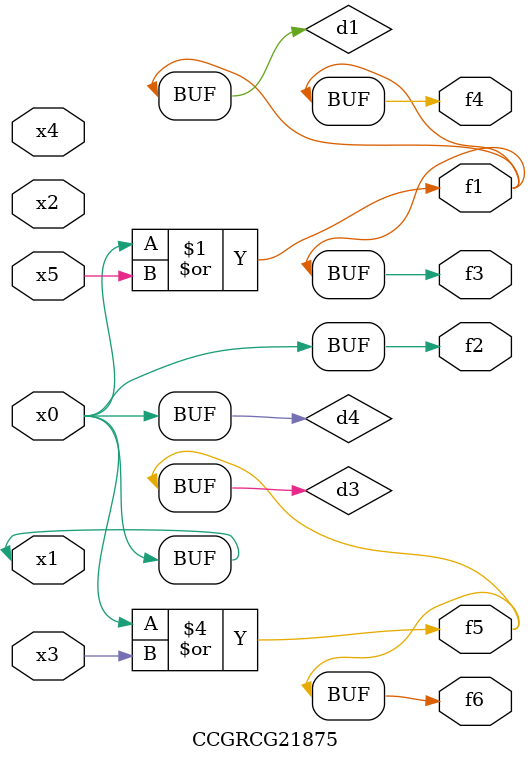
<source format=v>
module CCGRCG21875(
	input x0, x1, x2, x3, x4, x5,
	output f1, f2, f3, f4, f5, f6
);

	wire d1, d2, d3, d4;

	or (d1, x0, x5);
	xnor (d2, x1, x4);
	or (d3, x0, x3);
	buf (d4, x0, x1);
	assign f1 = d1;
	assign f2 = d4;
	assign f3 = d1;
	assign f4 = d1;
	assign f5 = d3;
	assign f6 = d3;
endmodule

</source>
